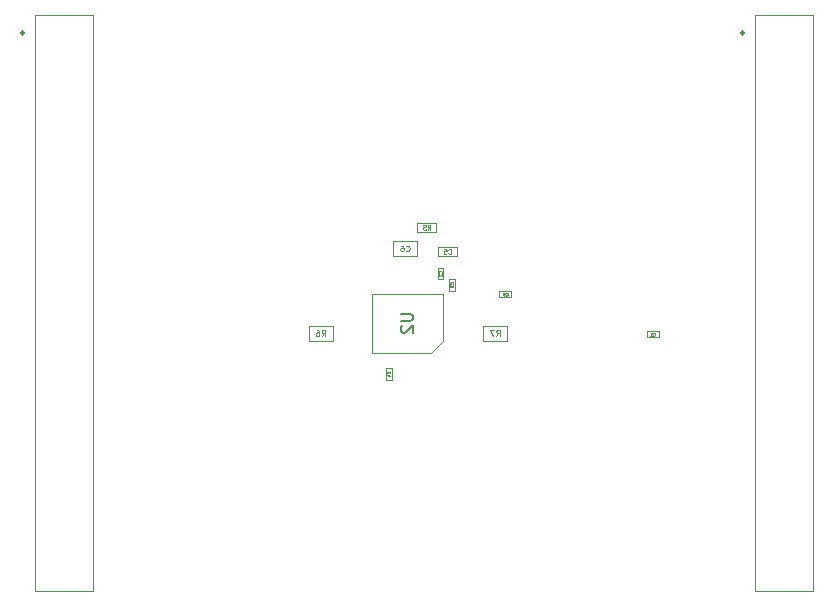
<source format=gbr>
%TF.GenerationSoftware,KiCad,Pcbnew,(6.0.11)*%
%TF.CreationDate,2024-08-05T21:32:58+07:00*%
%TF.ProjectId,Stepper_Motor_Expansion_Brd_revA,53746570-7065-4725-9f4d-6f746f725f45,rev?*%
%TF.SameCoordinates,PX5f5e100PY5f5e100*%
%TF.FileFunction,AssemblyDrawing,Bot*%
%FSLAX46Y46*%
G04 Gerber Fmt 4.6, Leading zero omitted, Abs format (unit mm)*
G04 Created by KiCad (PCBNEW (6.0.11)) date 2024-08-05 21:32:58*
%MOMM*%
%LPD*%
G01*
G04 APERTURE LIST*
%ADD10C,0.080000*%
%ADD11C,0.060000*%
%ADD12C,0.040000*%
%ADD13C,0.150000*%
%ADD14C,0.100000*%
%ADD15C,0.250000*%
G04 APERTURE END LIST*
D10*
X41133333Y25103810D02*
X41300000Y25341905D01*
X41419047Y25103810D02*
X41419047Y25603810D01*
X41228571Y25603810D01*
X41180952Y25580000D01*
X41157142Y25556191D01*
X41133333Y25508572D01*
X41133333Y25437143D01*
X41157142Y25389524D01*
X41180952Y25365715D01*
X41228571Y25341905D01*
X41419047Y25341905D01*
X40966666Y25603810D02*
X40633333Y25603810D01*
X40847619Y25103810D01*
D11*
X37086666Y32097143D02*
X37105714Y32078096D01*
X37162857Y32059048D01*
X37200952Y32059048D01*
X37258095Y32078096D01*
X37296190Y32116191D01*
X37315238Y32154286D01*
X37334285Y32230477D01*
X37334285Y32287620D01*
X37315238Y32363810D01*
X37296190Y32401905D01*
X37258095Y32440000D01*
X37200952Y32459048D01*
X37162857Y32459048D01*
X37105714Y32440000D01*
X37086666Y32420953D01*
X36724761Y32459048D02*
X36915238Y32459048D01*
X36934285Y32268572D01*
X36915238Y32287620D01*
X36877142Y32306667D01*
X36781904Y32306667D01*
X36743809Y32287620D01*
X36724761Y32268572D01*
X36705714Y32230477D01*
X36705714Y32135239D01*
X36724761Y32097143D01*
X36743809Y32078096D01*
X36781904Y32059048D01*
X36877142Y32059048D01*
X36915238Y32078096D01*
X36934285Y32097143D01*
X35326666Y34099048D02*
X35460000Y34289524D01*
X35555238Y34099048D02*
X35555238Y34499048D01*
X35402857Y34499048D01*
X35364761Y34480000D01*
X35345714Y34460953D01*
X35326666Y34422858D01*
X35326666Y34365715D01*
X35345714Y34327620D01*
X35364761Y34308572D01*
X35402857Y34289524D01*
X35555238Y34289524D01*
X34964761Y34499048D02*
X35155238Y34499048D01*
X35174285Y34308572D01*
X35155238Y34327620D01*
X35117142Y34346667D01*
X35021904Y34346667D01*
X34983809Y34327620D01*
X34964761Y34308572D01*
X34945714Y34270477D01*
X34945714Y34175239D01*
X34964761Y34137143D01*
X34983809Y34118096D01*
X35021904Y34099048D01*
X35117142Y34099048D01*
X35155238Y34118096D01*
X35174285Y34137143D01*
D12*
X54411666Y25150715D02*
X54423571Y25138810D01*
X54459285Y25126905D01*
X54483095Y25126905D01*
X54518809Y25138810D01*
X54542619Y25162620D01*
X54554523Y25186429D01*
X54566428Y25234048D01*
X54566428Y25269762D01*
X54554523Y25317381D01*
X54542619Y25341191D01*
X54518809Y25365000D01*
X54483095Y25376905D01*
X54459285Y25376905D01*
X54423571Y25365000D01*
X54411666Y25353096D01*
X54173571Y25126905D02*
X54316428Y25126905D01*
X54245000Y25126905D02*
X54245000Y25376905D01*
X54268809Y25341191D01*
X54292619Y25317381D01*
X54316428Y25305477D01*
D13*
X33052380Y26961905D02*
X33861904Y26961905D01*
X33957142Y26914286D01*
X34004761Y26866667D01*
X34052380Y26771429D01*
X34052380Y26580953D01*
X34004761Y26485715D01*
X33957142Y26438096D01*
X33861904Y26390477D01*
X33052380Y26390477D01*
X33147619Y25961905D02*
X33100000Y25914286D01*
X33052380Y25819048D01*
X33052380Y25580953D01*
X33100000Y25485715D01*
X33147619Y25438096D01*
X33242857Y25390477D01*
X33338095Y25390477D01*
X33480952Y25438096D01*
X34052380Y26009524D01*
X34052380Y25390477D01*
D10*
X26353333Y25093810D02*
X26520000Y25331905D01*
X26639047Y25093810D02*
X26639047Y25593810D01*
X26448571Y25593810D01*
X26400952Y25570000D01*
X26377142Y25546191D01*
X26353333Y25498572D01*
X26353333Y25427143D01*
X26377142Y25379524D01*
X26400952Y25355715D01*
X26448571Y25331905D01*
X26639047Y25331905D01*
X25924761Y25593810D02*
X26020000Y25593810D01*
X26067619Y25570000D01*
X26091428Y25546191D01*
X26139047Y25474762D01*
X26162857Y25379524D01*
X26162857Y25189048D01*
X26139047Y25141429D01*
X26115238Y25117620D01*
X26067619Y25093810D01*
X25972380Y25093810D01*
X25924761Y25117620D01*
X25900952Y25141429D01*
X25877142Y25189048D01*
X25877142Y25308096D01*
X25900952Y25355715D01*
X25924761Y25379524D01*
X25972380Y25403334D01*
X26067619Y25403334D01*
X26115238Y25379524D01*
X26139047Y25355715D01*
X26162857Y25308096D01*
D12*
X37479285Y29491667D02*
X37491190Y29503572D01*
X37503095Y29539286D01*
X37503095Y29563096D01*
X37491190Y29598810D01*
X37467380Y29622620D01*
X37443571Y29634524D01*
X37395952Y29646429D01*
X37360238Y29646429D01*
X37312619Y29634524D01*
X37288809Y29622620D01*
X37265000Y29598810D01*
X37253095Y29563096D01*
X37253095Y29539286D01*
X37265000Y29503572D01*
X37276904Y29491667D01*
X37253095Y29408334D02*
X37253095Y29253572D01*
X37348333Y29336905D01*
X37348333Y29301191D01*
X37360238Y29277381D01*
X37372142Y29265477D01*
X37395952Y29253572D01*
X37455476Y29253572D01*
X37479285Y29265477D01*
X37491190Y29277381D01*
X37503095Y29301191D01*
X37503095Y29372620D01*
X37491190Y29396429D01*
X37479285Y29408334D01*
X36499285Y30441667D02*
X36511190Y30453572D01*
X36523095Y30489286D01*
X36523095Y30513096D01*
X36511190Y30548810D01*
X36487380Y30572620D01*
X36463571Y30584524D01*
X36415952Y30596429D01*
X36380238Y30596429D01*
X36332619Y30584524D01*
X36308809Y30572620D01*
X36285000Y30548810D01*
X36273095Y30513096D01*
X36273095Y30489286D01*
X36285000Y30453572D01*
X36296904Y30441667D01*
X36296904Y30346429D02*
X36285000Y30334524D01*
X36273095Y30310715D01*
X36273095Y30251191D01*
X36285000Y30227381D01*
X36296904Y30215477D01*
X36320714Y30203572D01*
X36344523Y30203572D01*
X36380238Y30215477D01*
X36523095Y30358334D01*
X36523095Y30203572D01*
X41941666Y28540715D02*
X41953571Y28528810D01*
X41989285Y28516905D01*
X42013095Y28516905D01*
X42048809Y28528810D01*
X42072619Y28552620D01*
X42084523Y28576429D01*
X42096428Y28624048D01*
X42096428Y28659762D01*
X42084523Y28707381D01*
X42072619Y28731191D01*
X42048809Y28755000D01*
X42013095Y28766905D01*
X41989285Y28766905D01*
X41953571Y28755000D01*
X41941666Y28743096D01*
X41822619Y28516905D02*
X41775000Y28516905D01*
X41751190Y28528810D01*
X41739285Y28540715D01*
X41715476Y28576429D01*
X41703571Y28624048D01*
X41703571Y28719286D01*
X41715476Y28743096D01*
X41727380Y28755000D01*
X41751190Y28766905D01*
X41798809Y28766905D01*
X41822619Y28755000D01*
X41834523Y28743096D01*
X41846428Y28719286D01*
X41846428Y28659762D01*
X41834523Y28635953D01*
X41822619Y28624048D01*
X41798809Y28612143D01*
X41751190Y28612143D01*
X41727380Y28624048D01*
X41715476Y28635953D01*
X41703571Y28659762D01*
D10*
X33483333Y32311429D02*
X33507142Y32287620D01*
X33578571Y32263810D01*
X33626190Y32263810D01*
X33697619Y32287620D01*
X33745238Y32335239D01*
X33769047Y32382858D01*
X33792857Y32478096D01*
X33792857Y32549524D01*
X33769047Y32644762D01*
X33745238Y32692381D01*
X33697619Y32740000D01*
X33626190Y32763810D01*
X33578571Y32763810D01*
X33507142Y32740000D01*
X33483333Y32716191D01*
X33054761Y32763810D02*
X33150000Y32763810D01*
X33197619Y32740000D01*
X33221428Y32716191D01*
X33269047Y32644762D01*
X33292857Y32549524D01*
X33292857Y32359048D01*
X33269047Y32311429D01*
X33245238Y32287620D01*
X33197619Y32263810D01*
X33102380Y32263810D01*
X33054761Y32287620D01*
X33030952Y32311429D01*
X33007142Y32359048D01*
X33007142Y32478096D01*
X33030952Y32525715D01*
X33054761Y32549524D01*
X33102380Y32573334D01*
X33197619Y32573334D01*
X33245238Y32549524D01*
X33269047Y32525715D01*
X33292857Y32478096D01*
D12*
X32129285Y21931667D02*
X32141190Y21943572D01*
X32153095Y21979286D01*
X32153095Y22003096D01*
X32141190Y22038810D01*
X32117380Y22062620D01*
X32093571Y22074524D01*
X32045952Y22086429D01*
X32010238Y22086429D01*
X31962619Y22074524D01*
X31938809Y22062620D01*
X31915000Y22038810D01*
X31903095Y22003096D01*
X31903095Y21979286D01*
X31915000Y21943572D01*
X31926904Y21931667D01*
X31986428Y21717381D02*
X32153095Y21717381D01*
X31891190Y21776905D02*
X32069761Y21836429D01*
X32069761Y21681667D01*
D14*
X40050000Y24705000D02*
X42050000Y24705000D01*
X42050000Y24705000D02*
X42050000Y25955000D01*
X42050000Y25955000D02*
X40050000Y25955000D01*
X40050000Y25955000D02*
X40050000Y24705000D01*
X37820000Y32640000D02*
X36220000Y32640000D01*
X36220000Y31840000D02*
X37820000Y31840000D01*
X36220000Y32640000D02*
X36220000Y31840000D01*
X37820000Y31840000D02*
X37820000Y32640000D01*
X6995000Y52285000D02*
X6995000Y3515000D01*
X2045000Y52285000D02*
X6995000Y52285000D01*
X2045000Y3515000D02*
X2045000Y52285000D01*
X6995000Y3515000D02*
X2045000Y3515000D01*
D15*
X1120000Y50760000D02*
G75*
G03*
X1120000Y50760000I-100000J0D01*
G01*
D14*
X34460000Y34692500D02*
X34460000Y33867500D01*
X36060000Y33867500D02*
X36060000Y34692500D01*
X34460000Y33867500D02*
X36060000Y33867500D01*
X36060000Y34692500D02*
X34460000Y34692500D01*
X54870000Y24990000D02*
X54870000Y25490000D01*
X53870000Y24990000D02*
X54870000Y24990000D01*
X53870000Y25490000D02*
X53870000Y24990000D01*
X54870000Y25490000D02*
X53870000Y25490000D01*
X30600000Y28700000D02*
X30600000Y23700000D01*
X36600000Y28700000D02*
X30600000Y28700000D01*
X30600000Y23700000D02*
X35600000Y23700000D01*
X36600000Y24700000D02*
X36600000Y28700000D01*
X35600000Y23700000D02*
X36600000Y24700000D01*
X25270000Y25945000D02*
X25270000Y24695000D01*
X27270000Y24695000D02*
X27270000Y25945000D01*
X27270000Y25945000D02*
X25270000Y25945000D01*
X25270000Y24695000D02*
X27270000Y24695000D01*
X37140000Y29950000D02*
X37140000Y28950000D01*
X37640000Y29950000D02*
X37140000Y29950000D01*
X37640000Y28950000D02*
X37640000Y29950000D01*
X37140000Y28950000D02*
X37640000Y28950000D01*
X36160000Y30900000D02*
X36160000Y29900000D01*
X36160000Y29900000D02*
X36660000Y29900000D01*
X36660000Y29900000D02*
X36660000Y30900000D01*
X36660000Y30900000D02*
X36160000Y30900000D01*
X67955000Y52285000D02*
X67955000Y3515000D01*
X63005000Y52285000D02*
X67955000Y52285000D01*
X67955000Y3515000D02*
X63005000Y3515000D01*
X63005000Y3515000D02*
X63005000Y52285000D01*
D15*
X62080000Y50760000D02*
G75*
G03*
X62080000Y50760000I-100000J0D01*
G01*
D14*
X41400000Y28880000D02*
X41400000Y28380000D01*
X42400000Y28880000D02*
X41400000Y28880000D01*
X41400000Y28380000D02*
X42400000Y28380000D01*
X42400000Y28380000D02*
X42400000Y28880000D01*
X32400000Y31865000D02*
X34400000Y31865000D01*
X34400000Y31865000D02*
X34400000Y33115000D01*
X32400000Y33115000D02*
X32400000Y31865000D01*
X34400000Y33115000D02*
X32400000Y33115000D01*
X31790000Y21390000D02*
X32290000Y21390000D01*
X32290000Y22390000D02*
X31790000Y22390000D01*
X31790000Y22390000D02*
X31790000Y21390000D01*
X32290000Y21390000D02*
X32290000Y22390000D01*
M02*

</source>
